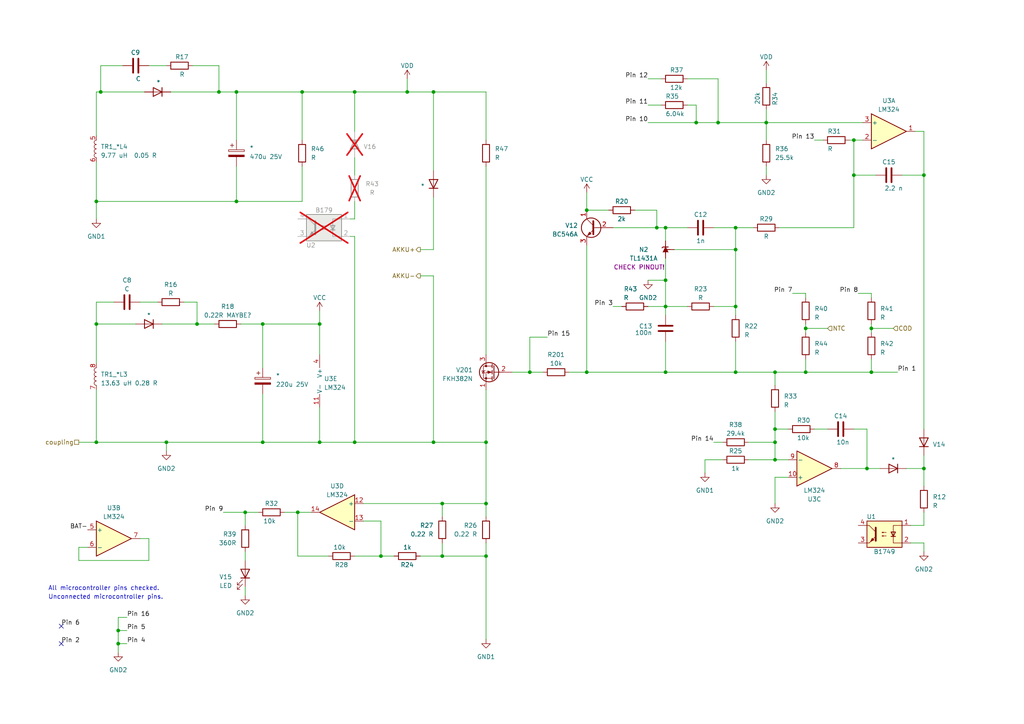
<source format=kicad_sch>
(kicad_sch (version 20230121) (generator eeschema)
  (paper "A4")
  (lib_symbols
    (symbol "Amplifier_Operational:LM324" (pin_names (offset 0.127))
      (property "Reference" "U" (at 0 5.08 0))
      (property "Value" "LM324" (at 0 -5.08 0))
      (symbol "LM324_1_1"
        (polyline (pts (xy -5.08 5.08) (xy 5.08 0) (xy -5.08 -5.08) (xy -5.08 5.08)) (stroke (width 0.254)) (fill (type background)))
        (pin output line (at 7.62 0 180) (length 2.54) (name "~") (number "1"))
        (pin input line (at -7.62 -2.54 0) (length 2.54) (name "-") (number "2"))
        (pin input line (at -7.62 2.54 0) (length 2.54) (name "+") (number "3"))
      )
      (symbol "LM324_2_1"
        (polyline (pts (xy -5.08 5.08) (xy 5.08 0) (xy -5.08 -5.08) (xy -5.08 5.08)) (stroke (width 0.254)) (fill (type background)))
        (pin input line (at -7.62 2.54 0) (length 2.54) (name "+") (number "5"))
        (pin input line (at -7.62 -2.54 0) (length 2.54) (name "-") (number "6"))
        (pin output line (at 7.62 0 180) (length 2.54) (name "~") (number "7"))
      )
      (symbol "LM324_3_1"
        (polyline (pts (xy -5.08 5.08) (xy 5.08 0) (xy -5.08 -5.08) (xy -5.08 5.08)) (stroke (width 0.254)) (fill (type background)))
        (pin input line (at -7.62 2.54 0) (length 2.54) (name "+") (number "10"))
        (pin output line (at 7.62 0 180) (length 2.54) (name "~") (number "8"))
        (pin input line (at -7.62 -2.54 0) (length 2.54) (name "-") (number "9"))
      )
      (symbol "LM324_4_1"
        (polyline (pts (xy -5.08 5.08) (xy 5.08 0) (xy -5.08 -5.08) (xy -5.08 5.08)) (stroke (width 0.254)) (fill (type background)))
        (pin input line (at -7.62 2.54 0) (length 2.54) (name "+") (number "12"))
        (pin input line (at -7.62 -2.54 0) (length 2.54) (name "-") (number "13"))
        (pin output line (at 7.62 0 180) (length 2.54) (name "~") (number "14"))
      )
      (symbol "LM324_5_1"
        (pin power_in line (at -2.54 -7.62 90) (length 3.81) (name "V-") (number "11"))
        (pin power_in line (at -2.54 7.62 270) (length 3.81) (name "V+") (number "4"))
      )
    )
    (symbol "Device:C" (pin_numbers hide) (pin_names (offset 0.254))
      (property "Reference" "C" (at 0.635 2.54 0))
      (property "Value" "C" (at 0.635 -2.54 0))
      (symbol "C_0_1"
        (polyline (pts (xy -2.032 -0.762) (xy 2.032 -0.762)) (stroke (width 0.508)))
        (polyline (pts (xy -2.032 0.762) (xy 2.032 0.762)) (stroke (width 0.508)))
      )
      (symbol "C_1_1"
        (pin passive line (at 0 3.81 270) (length 2.794) (name "~") (number "1"))
        (pin passive line (at 0 -3.81 90) (length 2.794) (name "~") (number "2"))
      )
    )
    (symbol "Device:C_Polarized" (pin_numbers hide) (pin_names (offset 0.254))
      (property "Reference" "C" (at 0.635 2.54 0))
      (property "Value" "C_Polarized" (at 0.635 -2.54 0))
      (symbol "C_Polarized_0_1"
        (rectangle (start -2.286 0.508) (end 2.286 1.016))
        (polyline (pts (xy -1.778 2.286) (xy -0.762 2.286)))
        (polyline (pts (xy -1.27 2.794) (xy -1.27 1.778)))
        (rectangle (start 2.286 -0.508) (end -2.286 -1.016) (fill (type outline)))
      )
      (symbol "C_Polarized_1_1"
        (pin passive line (at 0 3.81 270) (length 2.794) (name "~") (number "1"))
        (pin passive line (at 0 -3.81 90) (length 2.794) (name "~") (number "2"))
      )
    )
    (symbol "Device:D" (pin_numbers hide) (pin_names (offset 1.016) hide)
      (property "Reference" "D" (at 0 2.54 0))
      (property "Value" "D" (at 0 -2.54 0))
      (symbol "D_0_1"
        (polyline (pts (xy -1.27 1.27) (xy -1.27 -1.27)) (stroke (width 0.254)))
        (polyline (pts (xy 1.27 0) (xy -1.27 0)))
        (polyline (pts (xy 1.27 1.27) (xy 1.27 -1.27) (xy -1.27 0) (xy 1.27 1.27)) (stroke (width 0.254)))
      )
      (symbol "D_1_1"
        (pin passive line (at -3.81 0 0) (length 2.54) (name "K") (number "1"))
        (pin passive line (at 3.81 0 180) (length 2.54) (name "A") (number "2"))
      )
    )
    (symbol "Device:L" (pin_names (offset 1.016) hide)
      (property "Reference" "TR1_*L3" (at -1.27 -0.635 0))
      (property "Value" "13.63 uH 0.28 R" (at -1.27 1.905 0))
      (symbol "L_0_1"
        (arc (start 0 -2.54) (mid 0.6323 -1.905) (end 0 -1.27))
        (arc (start 0 -1.27) (mid 0.6323 -0.635) (end 0 0))
        (arc (start 0 0) (mid 0.6323 0.635) (end 0 1.27))
        (arc (start 0 1.27) (mid 0.6323 1.905) (end 0 2.54))
      )
      (symbol "L_1_1"
        (pin passive line (at 0 3.81 270) (length 1.27) (name "7") (number "7"))
        (pin passive line (at 0 -3.81 90) (length 1.27) (name "8") (number "8"))
      )
    )
    (symbol "Device:LED" (pin_numbers hide) (pin_names (offset 1.016) hide)
      (property "Reference" "D" (at 0 2.54 0))
      (property "Value" "LED" (at 0 -2.54 0))
      (symbol "LED_0_1"
        (polyline (pts (xy -1.27 -1.27) (xy -1.27 1.27)) (stroke (width 0.254)))
        (polyline (pts (xy -1.27 0) (xy 1.27 0)))
        (polyline (pts (xy 1.27 -1.27) (xy 1.27 1.27) (xy -1.27 0) (xy 1.27 -1.27)) (stroke (width 0.254)))
        (polyline (pts (xy -3.048 -0.762) (xy -4.572 -2.286) (xy -3.81 -2.286) (xy -4.572 -2.286) (xy -4.572 -1.524)))
        (polyline (pts (xy -1.778 -0.762) (xy -3.302 -2.286) (xy -2.54 -2.286) (xy -3.302 -2.286) (xy -3.302 -1.524)))
      )
      (symbol "LED_1_1"
        (pin passive line (at -3.81 0 0) (length 2.54) (name "K") (number "1"))
        (pin passive line (at 3.81 0 180) (length 2.54) (name "A") (number "2"))
      )
    )
    (symbol "Device:Q_NMOS_SGD" (pin_names (offset 0) hide)
      (property "Reference" "Q" (at 5.08 1.27 0))
      (property "Value" "Q_NMOS_SGD" (at 5.08 -1.27 0))
      (symbol "Q_NMOS_SGD_0_1"
        (polyline (pts (xy 0.254 0) (xy -2.54 0)))
        (polyline (pts (xy 0.254 1.905) (xy 0.254 -1.905)) (stroke (width 0.254)))
        (polyline (pts (xy 0.762 -1.27) (xy 0.762 -2.286)) (stroke (width 0.254)))
        (polyline (pts (xy 0.762 0.508) (xy 0.762 -0.508)) (stroke (width 0.254)))
        (polyline (pts (xy 0.762 2.286) (xy 0.762 1.27)) (stroke (width 0.254)))
        (polyline (pts (xy 2.54 2.54) (xy 2.54 1.778)))
        (polyline (pts (xy 2.54 -2.54) (xy 2.54 0) (xy 0.762 0)))
        (polyline (pts (xy 0.762 -1.778) (xy 3.302 -1.778) (xy 3.302 1.778) (xy 0.762 1.778)))
        (polyline (pts (xy 1.016 0) (xy 2.032 0.381) (xy 2.032 -0.381) (xy 1.016 0)) (fill (type outline)))
        (polyline (pts (xy 2.794 0.508) (xy 2.921 0.381) (xy 3.683 0.381) (xy 3.81 0.254)))
        (polyline (pts (xy 3.302 0.381) (xy 2.921 -0.254) (xy 3.683 -0.254) (xy 3.302 0.381)))
        (circle (center 1.651 0) (radius 2.794) (stroke (width 0.254)))
        (circle (center 2.54 -1.778) (radius 0.254) (fill (type outline)))
        (circle (center 2.54 1.778) (radius 0.254) (fill (type outline)))
      )
      (symbol "Q_NMOS_SGD_1_1"
        (pin passive line (at 2.54 -5.08 90) (length 2.54) (name "S") (number "1"))
        (pin input line (at -5.08 0 0) (length 5.08) (name "G") (number "2"))
        (pin passive line (at 2.54 5.08 270) (length 2.54) (name "D") (number "3"))
      )
    )
    (symbol "Device:R" (pin_numbers hide) (pin_names (offset 0))
      (property "Reference" "R" (at 2.032 0 90))
      (property "Value" "R" (at 0 0 90))
      (symbol "R_0_1"
        (rectangle (start -1.016 -2.54) (end 1.016 2.54) (stroke (width 0.254)))
      )
      (symbol "R_1_1"
        (pin passive line (at 0 3.81 270) (length 1.27) (name "~") (number "1"))
        (pin passive line (at 0 -3.81 90) (length 1.27) (name "~") (number "2"))
      )
    )
    (symbol "Isolator:EL817" (pin_names (offset 1.016))
      (property "Reference" "U" (at -5.08 5.08 0))
      (property "Value" "EL817" (at 0 5.08 0))
      (symbol "EL817_0_1"
        (rectangle (start -5.08 3.81) (end 5.08 -3.81) (stroke (width 0.254)) (fill (type background)))
        (polyline (pts (xy -3.175 -0.635) (xy -1.905 -0.635)) (stroke (width 0.254)))
        (polyline (pts (xy 2.54 0.635) (xy 4.445 2.54)))
        (polyline (pts (xy 4.445 -2.54) (xy 2.54 -0.635)) (fill (type outline)))
        (polyline (pts (xy 4.445 -2.54) (xy 5.08 -2.54)))
        (polyline (pts (xy 4.445 2.54) (xy 5.08 2.54)))
        (polyline (pts (xy -5.08 2.54) (xy -2.54 2.54) (xy -2.54 -0.635)))
        (polyline (pts (xy -2.54 -0.635) (xy -2.54 -2.54) (xy -5.08 -2.54)))
        (polyline (pts (xy 2.54 1.905) (xy 2.54 -1.905) (xy 2.54 -1.905)) (stroke (width 0.508)))
        (polyline (pts (xy -2.54 -0.635) (xy -3.175 0.635) (xy -1.905 0.635) (xy -2.54 -0.635)) (stroke (width 0.254)))
        (polyline (pts (xy -0.508 -0.508) (xy 0.762 -0.508) (xy 0.381 -0.635) (xy 0.381 -0.381) (xy 0.762 -0.508)))
        (polyline (pts (xy -0.508 0.508) (xy 0.762 0.508) (xy 0.381 0.381) (xy 0.381 0.635) (xy 0.762 0.508)))
        (polyline (pts (xy 3.048 -1.651) (xy 3.556 -1.143) (xy 4.064 -2.159) (xy 3.048 -1.651) (xy 3.048 -1.651)) (fill (type outline)))
      )
      (symbol "EL817_1_1"
        (pin passive line (at -7.62 2.54 0) (length 2.54) (name "~") (number "1"))
        (pin passive line (at -7.62 -2.54 0) (length 2.54) (name "~") (number "2"))
        (pin passive line (at 7.62 -2.54 180) (length 2.54) (name "~") (number "3"))
        (pin passive line (at 7.62 2.54 180) (length 2.54) (name "~") (number "4"))
      )
    )
    (symbol "L_3" (pin_names (offset 1.016) hide)
      (property "Reference" "TR1_*L4" (at -1.27 -0.635 0))
      (property "Value" "9.77 uH  0.05 R" (at -1.27 1.905 0))
      (symbol "L_3_0_1"
        (arc (start 0 -2.54) (mid 0.6323 -1.905) (end 0 -1.27))
        (arc (start 0 -1.27) (mid 0.6323 -0.635) (end 0 0))
        (arc (start 0 0) (mid 0.6323 0.635) (end 0 1.27))
        (arc (start 0 1.27) (mid 0.6323 1.905) (end 0 2.54))
      )
      (symbol "L_3_1_1"
        (pin passive line (at 0 -3.81 90) (length 1.27) (name "5") (number "5"))
        (pin passive line (at 0 3.81 270) (length 1.27) (name "6") (number "6"))
      )
    )
    (symbol "Reference_Voltage:TL431D" (pin_numbers hide) (pin_names hide)
      (property "Reference" "U" (at 0 -2.54 0))
      (property "Value" "TL431D" (at 0 -4.445 0))
      (symbol "TL431D_0_1"
        (polyline (pts (xy -1.27 0) (xy 0 0) (xy 1.27 0)))
        (polyline (pts (xy -0.762 0.762) (xy 0.762 0) (xy -0.762 -0.762)) (fill (type outline)))
        (polyline (pts (xy 0.508 -1.016) (xy 0.762 -0.762) (xy 0.762 0.762) (xy 0.762 0.762)) (stroke (width 0.254)))
      )
      (symbol "TL431D_1_1"
        (polyline (pts (xy 0 1.27) (xy 0 0)))
        (pin passive line (at 2.54 0 180) (length 2.54) (name "K") (number "1"))
        (pin passive line (at -2.54 0 0) (length 2.54) (name "A") (number "2"))
        (pin passive line (at -2.54 0 0) (length 2.54) hide (name "A") (number "3"))
        (pin passive line (at -2.54 0 0) (length 2.54) hide (name "A") (number "6"))
        (pin passive line (at -2.54 0 0) (length 2.54) hide (name "A") (number "7"))
        (pin passive line (at 0 2.54 270) (length 2.54) (name "REF") (number "8"))
      )
    )
    (symbol "Transistor_BJT:BC546" (pin_names (offset 0) hide)
      (property "Reference" "Q" (at 5.08 1.905 0))
      (property "Value" "BC546" (at 5.08 0 0))
      (symbol "BC546_0_1"
        (polyline (pts (xy 0 0) (xy 0.635 0)))
        (polyline (pts (xy 0.635 0.635) (xy 2.54 2.54)))
        (polyline (pts (xy 0.635 -0.635) (xy 2.54 -2.54) (xy 2.54 -2.54)))
        (polyline (pts (xy 0.635 1.905) (xy 0.635 -1.905) (xy 0.635 -1.905)) (stroke (width 0.508)))
        (polyline (pts (xy 1.27 -1.778) (xy 1.778 -1.27) (xy 2.286 -2.286) (xy 1.27 -1.778) (xy 1.27 -1.778)) (fill (type outline)))
        (circle (center 1.27 0) (radius 2.8194) (stroke (width 0.254)))
      )
      (symbol "BC546_1_1"
        (pin passive line (at 2.54 5.08 270) (length 2.54) (name "C") (number "1"))
        (pin input line (at -5.08 0 0) (length 5.08) (name "B") (number "2"))
        (pin passive line (at 2.54 -5.08 90) (length 2.54) (name "E") (number "3"))
      )
    )
    (symbol "power:GND1" (power) (pin_names (offset 0))
      (property "Value" "GND1" (at 0 -3.81 0))
      (symbol "GND1_0_1"
        (polyline (pts (xy 0 0) (xy 0 -1.27) (xy 1.27 -1.27) (xy 0 -2.54) (xy -1.27 -1.27) (xy 0 -1.27)))
      )
      (symbol "GND1_1_1"
        (pin power_in line (at 0 0 270) (length 0) hide (name "GND1") (number "1"))
      )
    )
    (symbol "power:GND2" (power) (pin_names (offset 0))
      (property "Value" "GND2" (at 0 -3.81 0))
      (symbol "GND2_0_1"
        (polyline (pts (xy 0 0) (xy 0 -1.27) (xy 1.27 -1.27) (xy 0 -2.54) (xy -1.27 -1.27) (xy 0 -1.27)))
      )
      (symbol "GND2_1_1"
        (pin power_in line (at 0 0 270) (length 0) hide (name "GND2") (number "1"))
      )
    )
    (symbol "power:VCC" (power) (pin_names (offset 0))
      (property "Value" "VCC" (at 0 3.81 0))
      (symbol "VCC_0_1"
        (polyline (pts (xy -0.762 1.27) (xy 0 2.54)))
        (polyline (pts (xy 0 0) (xy 0 2.54)))
        (polyline (pts (xy 0 2.54) (xy 0.762 1.27)))
      )
      (symbol "VCC_1_1"
        (pin power_in line (at 0 0 90) (length 0) hide (name "VCC") (number "1"))
      )
    )
    (symbol "power:VDD" (power) (pin_names (offset 0))
      (property "Value" "VDD" (at 0 3.81 0))
      (symbol "VDD_0_1"
        (polyline (pts (xy -0.762 1.27) (xy 0 2.54)))
        (polyline (pts (xy 0 0) (xy 0 2.54)))
        (polyline (pts (xy 0 2.54) (xy 0.762 1.27)))
      )
      (symbol "VDD_1_1"
        (pin power_in line (at 0 0 90) (length 0) hide (name "VDD") (number "1"))
      )
    )
  )
  (junction (at 213.36 72.39))
  (junction (at 102.87 26.67))
  (junction (at 128.27 161.29))
  (junction (at 247.65 40.64))
  (junction (at 68.58 58.42))
  (junction (at 34.29 186.69))
  (junction (at 63.5 26.67))
  (junction (at 267.97 50.8))
  (junction (at 193.04 66.04))
  (junction (at 27.94 58.42))
  (junction (at 201.93 35.56))
  (junction (at 27.94 128.27))
  (junction (at 208.28 35.56))
  (junction (at 128.27 146.05))
  (junction (at 251.46 135.89))
  (junction (at 193.04 88.9))
  (junction (at 110.49 161.29))
  (junction (at 233.68 107.95))
  (junction (at 76.2 93.98))
  (junction (at 57.15 93.98))
  (junction (at 213.36 66.04))
  (junction (at 86.36 148.59))
  (junction (at 125.73 26.67))
  (junction (at 125.73 128.27))
  (junction (at 140.97 128.27))
  (junction (at 213.36 88.9))
  (junction (at 48.26 128.27))
  (junction (at 68.58 26.67))
  (junction (at 102.87 128.27))
  (junction (at 153.67 107.95))
  (junction (at 140.97 146.05))
  (junction (at 193.04 81.28))
  (junction (at 233.68 95.25))
  (junction (at 193.04 107.95))
  (junction (at 252.73 95.25))
  (junction (at 92.71 128.27))
  (junction (at 190.5 66.04))
  (junction (at 71.12 148.59))
  (junction (at 170.18 60.96))
  (junction (at 34.29 182.88))
  (junction (at 213.36 107.95))
  (junction (at 92.71 93.98))
  (junction (at 252.73 107.95))
  (junction (at 247.65 50.8))
  (junction (at 224.79 124.46))
  (junction (at 267.97 135.89))
  (junction (at 222.25 35.56))
  (junction (at 224.79 107.95))
  (junction (at 140.97 161.29))
  (junction (at 170.18 107.95))
  (junction (at 118.11 26.67))
  (junction (at 224.79 133.35))
  (junction (at 87.63 26.67))
  (junction (at 27.94 93.98))
  (junction (at 29.21 26.67))
  (junction (at 76.2 128.27))
  (junction (at 224.79 128.27))
  (no_connect (at 17.78 186.69))
  (no_connect (at 17.78 181.61))
  (wire (pts (xy 102.87 26.67) (xy 102.87 38.1)))
  (wire (pts (xy 76.2 128.27) (xy 92.71 128.27)))
  (wire (pts (xy 233.68 93.98) (xy 233.68 95.25)))
  (wire (pts (xy 68.58 48.26) (xy 68.58 58.42)))
  (wire (pts (xy 102.87 45.72) (xy 102.87 50.8)))
  (wire (pts (xy 193.04 88.9) (xy 193.04 91.44)))
  (wire (pts (xy 68.58 58.42) (xy 27.94 58.42)))
  (wire (pts (xy 233.68 95.25) (xy 240.03 95.25)))
  (wire (pts (xy 252.73 107.95) (xy 260.35 107.95)))
  (wire (pts (xy 92.71 90.17) (xy 92.71 93.98)))
  (wire (pts (xy 233.68 95.25) (xy 233.68 96.52)))
  (wire (pts (xy 87.63 26.67) (xy 102.87 26.67)))
  (wire (pts (xy 224.79 107.95) (xy 233.68 107.95)))
  (wire (pts (xy 193.04 66.04) (xy 193.04 69.85)))
  (wire (pts (xy 252.73 104.14) (xy 252.73 107.95)))
  (wire (pts (xy 92.71 118.11) (xy 92.71 128.27)))
  (wire (pts (xy 193.04 81.28) (xy 193.04 88.9)))
  (wire (pts (xy 71.12 170.18) (xy 71.12 172.72)))
  (wire (pts (xy 201.93 30.48) (xy 201.93 35.56)))
  (wire (pts (xy 267.97 157.48) (xy 264.16 157.48)))
  (wire (pts (xy 27.94 93.98) (xy 27.94 105.41)))
  (wire (pts (xy 248.92 85.09) (xy 252.73 85.09)))
  (wire (pts (xy 247.65 50.8) (xy 254 50.8)))
  (wire (pts (xy 43.18 156.21) (xy 40.64 156.21)))
  (wire (pts (xy 27.94 58.42) (xy 27.94 46.99)))
  (wire (pts (xy 45.72 87.63) (xy 40.64 87.63)))
  (wire (pts (xy 153.67 107.95) (xy 157.48 107.95)))
  (wire (pts (xy 92.71 93.98) (xy 92.71 102.87)))
  (wire (pts (xy 118.11 26.67) (xy 125.73 26.67)))
  (wire (pts (xy 140.97 161.29) (xy 140.97 185.42)))
  (wire (pts (xy 228.6 138.43) (xy 224.79 138.43)))
  (wire (pts (xy 267.97 148.59) (xy 267.97 152.4)))
  (wire (pts (xy 29.21 26.67) (xy 41.91 26.67)))
  (wire (pts (xy 177.8 88.9) (xy 180.34 88.9)))
  (wire (pts (xy 34.29 182.88) (xy 34.29 186.69)))
  (wire (pts (xy 118.11 22.86) (xy 118.11 26.67)))
  (wire (pts (xy 217.17 133.35) (xy 224.79 133.35)))
  (wire (pts (xy 267.97 50.8) (xy 261.62 50.8)))
  (wire (pts (xy 140.97 128.27) (xy 140.97 146.05)))
  (wire (pts (xy 267.97 152.4) (xy 264.16 152.4)))
  (wire (pts (xy 87.63 48.26) (xy 87.63 58.42)))
  (wire (pts (xy 224.79 111.76) (xy 224.79 107.95)))
  (wire (pts (xy 101.6 68.58) (xy 102.87 68.58)))
  (wire (pts (xy 267.97 50.8) (xy 267.97 124.46)))
  (wire (pts (xy 187.96 81.28) (xy 193.04 81.28)))
  (wire (pts (xy 199.39 30.48) (xy 201.93 30.48)))
  (wire (pts (xy 224.79 128.27) (xy 224.79 133.35)))
  (wire (pts (xy 190.5 60.96) (xy 190.5 66.04)))
  (wire (pts (xy 87.63 40.64) (xy 87.63 26.67)))
  (wire (pts (xy 140.97 161.29) (xy 128.27 161.29)))
  (wire (pts (xy 76.2 93.98) (xy 92.71 93.98)))
  (wire (pts (xy 110.49 151.13) (xy 110.49 161.29)))
  (wire (pts (xy 222.25 20.32) (xy 222.25 24.13)))
  (wire (pts (xy 165.1 107.95) (xy 170.18 107.95)))
  (wire (pts (xy 43.18 162.56) (xy 43.18 156.21)))
  (wire (pts (xy 57.15 93.98) (xy 46.99 93.98)))
  (wire (pts (xy 48.26 128.27) (xy 48.26 130.81)))
  (wire (pts (xy 27.94 58.42) (xy 27.94 63.5)))
  (wire (pts (xy 213.36 88.9) (xy 213.36 91.44)))
  (wire (pts (xy 48.26 128.27) (xy 76.2 128.27)))
  (wire (pts (xy 27.94 113.03) (xy 27.94 128.27)))
  (wire (pts (xy 191.77 30.48) (xy 187.96 30.48)))
  (wire (pts (xy 74.93 148.59) (xy 71.12 148.59)))
  (wire (pts (xy 158.75 97.79) (xy 153.67 97.79)))
  (wire (pts (xy 125.73 80.01) (xy 125.73 128.27)))
  (wire (pts (xy 193.04 88.9) (xy 199.39 88.9)))
  (wire (pts (xy 251.46 124.46) (xy 251.46 135.89)))
  (wire (pts (xy 187.96 35.56) (xy 201.93 35.56)))
  (wire (pts (xy 63.5 26.67) (xy 63.5 19.05)))
  (wire (pts (xy 207.01 66.04) (xy 213.36 66.04)))
  (wire (pts (xy 267.97 132.08) (xy 267.97 135.89)))
  (wire (pts (xy 53.34 87.63) (xy 57.15 87.63)))
  (wire (pts (xy 224.79 119.38) (xy 224.79 124.46)))
  (wire (pts (xy 243.84 135.89) (xy 251.46 135.89)))
  (wire (pts (xy 140.97 48.26) (xy 140.97 102.87)))
  (wire (pts (xy 246.38 40.64) (xy 247.65 40.64)))
  (wire (pts (xy 190.5 66.04) (xy 193.04 66.04)))
  (wire (pts (xy 36.83 179.07) (xy 34.29 179.07)))
  (wire (pts (xy 222.25 48.26) (xy 222.25 50.8)))
  (wire (pts (xy 76.2 106.68) (xy 76.2 93.98)))
  (wire (pts (xy 255.27 135.89) (xy 251.46 135.89)))
  (wire (pts (xy 170.18 71.12) (xy 170.18 107.95)))
  (wire (pts (xy 252.73 95.25) (xy 252.73 96.52)))
  (wire (pts (xy 190.5 66.04) (xy 177.8 66.04)))
  (wire (pts (xy 140.97 26.67) (xy 125.73 26.67)))
  (wire (pts (xy 224.79 124.46) (xy 228.6 124.46)))
  (wire (pts (xy 199.39 22.86) (xy 208.28 22.86)))
  (wire (pts (xy 43.18 19.05) (xy 48.26 19.05)))
  (wire (pts (xy 184.15 60.96) (xy 190.5 60.96)))
  (wire (pts (xy 170.18 107.95) (xy 193.04 107.95)))
  (wire (pts (xy 207.01 128.27) (xy 209.55 128.27)))
  (wire (pts (xy 228.6 133.35) (xy 224.79 133.35)))
  (wire (pts (xy 233.68 107.95) (xy 252.73 107.95)))
  (wire (pts (xy 204.47 133.35) (xy 209.55 133.35)))
  (wire (pts (xy 27.94 93.98) (xy 39.37 93.98)))
  (wire (pts (xy 224.79 138.43) (xy 224.79 146.05)))
  (wire (pts (xy 262.89 135.89) (xy 267.97 135.89)))
  (wire (pts (xy 95.25 161.29) (xy 86.36 161.29)))
  (wire (pts (xy 63.5 26.67) (xy 68.58 26.67)))
  (wire (pts (xy 252.73 93.98) (xy 252.73 95.25)))
  (wire (pts (xy 140.97 157.48) (xy 140.97 161.29)))
  (wire (pts (xy 193.04 107.95) (xy 213.36 107.95)))
  (wire (pts (xy 267.97 135.89) (xy 267.97 140.97)))
  (wire (pts (xy 76.2 114.3) (xy 76.2 128.27)))
  (wire (pts (xy 86.36 148.59) (xy 82.55 148.59)))
  (wire (pts (xy 252.73 95.25) (xy 259.08 95.25)))
  (wire (pts (xy 199.39 66.04) (xy 193.04 66.04)))
  (wire (pts (xy 195.58 72.39) (xy 213.36 72.39)))
  (wire (pts (xy 57.15 93.98) (xy 62.23 93.98)))
  (wire (pts (xy 222.25 35.56) (xy 250.19 35.56)))
  (wire (pts (xy 250.19 40.64) (xy 247.65 40.64)))
  (wire (pts (xy 125.73 72.39) (xy 121.92 72.39)))
  (wire (pts (xy 69.85 93.98) (xy 76.2 93.98)))
  (wire (pts (xy 27.94 26.67) (xy 27.94 39.37)))
  (wire (pts (xy 222.25 35.56) (xy 222.25 40.64)))
  (wire (pts (xy 25.4 158.75) (xy 22.86 158.75)))
  (wire (pts (xy 247.65 124.46) (xy 251.46 124.46)))
  (wire (pts (xy 63.5 19.05) (xy 55.88 19.05)))
  (wire (pts (xy 233.68 85.09) (xy 233.68 86.36)))
  (wire (pts (xy 68.58 26.67) (xy 68.58 40.64)))
  (wire (pts (xy 125.73 128.27) (xy 140.97 128.27)))
  (wire (pts (xy 125.73 26.67) (xy 125.73 49.53)))
  (wire (pts (xy 236.22 124.46) (xy 240.03 124.46)))
  (wire (pts (xy 153.67 97.79) (xy 153.67 107.95)))
  (wire (pts (xy 224.79 124.46) (xy 224.79 128.27)))
  (wire (pts (xy 49.53 26.67) (xy 63.5 26.67)))
  (wire (pts (xy 213.36 107.95) (xy 224.79 107.95)))
  (wire (pts (xy 102.87 68.58) (xy 102.87 128.27)))
  (wire (pts (xy 114.3 161.29) (xy 110.49 161.29)))
  (wire (pts (xy 36.83 182.88) (xy 34.29 182.88)))
  (wire (pts (xy 204.47 133.35) (xy 204.47 137.16)))
  (wire (pts (xy 128.27 157.48) (xy 128.27 161.29)))
  (wire (pts (xy 68.58 58.42) (xy 87.63 58.42)))
  (wire (pts (xy 34.29 186.69) (xy 36.83 186.69)))
  (wire (pts (xy 247.65 40.64) (xy 247.65 50.8)))
  (wire (pts (xy 208.28 22.86) (xy 208.28 35.56)))
  (wire (pts (xy 187.96 22.86) (xy 191.77 22.86)))
  (wire (pts (xy 201.93 35.56) (xy 208.28 35.56)))
  (wire (pts (xy 207.01 88.9) (xy 213.36 88.9)))
  (wire (pts (xy 128.27 146.05) (xy 105.41 146.05)))
  (wire (pts (xy 267.97 157.48) (xy 267.97 160.02)))
  (wire (pts (xy 102.87 58.42) (xy 102.87 63.5)))
  (wire (pts (xy 71.12 152.4) (xy 71.12 148.59)))
  (wire (pts (xy 34.29 179.07) (xy 34.29 182.88)))
  (wire (pts (xy 71.12 148.59) (xy 64.77 148.59)))
  (wire (pts (xy 71.12 160.02) (xy 71.12 162.56)))
  (wire (pts (xy 193.04 88.9) (xy 187.96 88.9)))
  (wire (pts (xy 170.18 55.88) (xy 170.18 60.96)))
  (wire (pts (xy 22.86 158.75) (xy 22.86 162.56)))
  (wire (pts (xy 27.94 87.63) (xy 27.94 93.98)))
  (wire (pts (xy 68.58 26.67) (xy 87.63 26.67)))
  (wire (pts (xy 193.04 99.06) (xy 193.04 107.95)))
  (wire (pts (xy 102.87 26.67) (xy 118.11 26.67)))
  (wire (pts (xy 102.87 161.29) (xy 110.49 161.29)))
  (wire (pts (xy 125.73 80.01) (xy 121.92 80.01)))
  (wire (pts (xy 267.97 38.1) (xy 265.43 38.1)))
  (wire (pts (xy 208.28 35.56) (xy 222.25 35.56)))
  (wire (pts (xy 140.97 40.64) (xy 140.97 26.67)))
  (wire (pts (xy 102.87 128.27) (xy 125.73 128.27)))
  (wire (pts (xy 128.27 146.05) (xy 128.27 149.86)))
  (wire (pts (xy 125.73 57.15) (xy 125.73 72.39)))
  (wire (pts (xy 22.86 128.27) (xy 27.94 128.27)))
  (wire (pts (xy 90.17 148.59) (xy 86.36 148.59)))
  (wire (pts (xy 86.36 148.59) (xy 86.36 161.29)))
  (wire (pts (xy 27.94 26.67) (xy 29.21 26.67)))
  (wire (pts (xy 213.36 99.06) (xy 213.36 107.95)))
  (wire (pts (xy 213.36 72.39) (xy 213.36 88.9)))
  (wire (pts (xy 236.22 40.64) (xy 238.76 40.64)))
  (wire (pts (xy 233.68 104.14) (xy 233.68 107.95)))
  (wire (pts (xy 229.87 85.09) (xy 233.68 85.09)))
  (wire (pts (xy 213.36 66.04) (xy 213.36 72.39)))
  (wire (pts (xy 247.65 50.8) (xy 247.65 66.04)))
  (wire (pts (xy 226.06 66.04) (xy 247.65 66.04)))
  (wire (pts (xy 128.27 161.29) (xy 121.92 161.29)))
  (wire (pts (xy 140.97 146.05) (xy 128.27 146.05)))
  (wire (pts (xy 252.73 85.09) (xy 252.73 86.36)))
  (wire (pts (xy 105.41 151.13) (xy 110.49 151.13)))
  (wire (pts (xy 33.02 87.63) (xy 27.94 87.63)))
  (wire (pts (xy 140.97 146.05) (xy 140.97 149.86)))
  (wire (pts (xy 218.44 66.04) (xy 213.36 66.04)))
  (wire (pts (xy 148.59 107.95) (xy 153.67 107.95)))
  (wire (pts (xy 92.71 128.27) (xy 102.87 128.27)))
  (wire (pts (xy 170.18 60.96) (xy 176.53 60.96)))
  (wire (pts (xy 57.15 87.63) (xy 57.15 93.98)))
  (wire (pts (xy 193.04 74.93) (xy 193.04 81.28)))
  (wire (pts (xy 29.21 26.67) (xy 29.21 19.05)))
  (wire (pts (xy 267.97 50.8) (xy 267.97 38.1)))
  (wire (pts (xy 22.86 162.56) (xy 43.18 162.56)))
  (wire (pts (xy 217.17 128.27) (xy 224.79 128.27)))
  (wire (pts (xy 35.56 19.05) (xy 29.21 19.05)))
  (wire (pts (xy 102.87 63.5) (xy 101.6 63.5)))
  (wire (pts (xy 34.29 189.23) (xy 34.29 186.69)))
  (wire (pts (xy 27.94 128.27) (xy 48.26 128.27)))
  (wire (pts (xy 140.97 113.03) (xy 140.97 128.27)))
  (wire (pts (xy 222.25 31.75) (xy 222.25 35.56)))
  (text "Unconnected microcontroller pins." (at 13.97 173.99 0) (effects (font (size 1.27 1.27)) (justify left bottom)))
  (text "All microcontroller pins checked." (at 13.97 171.45 0) (effects (font (size 1.27 1.27)) (justify left bottom)))
  (label "BAT-" (at 25.4 153.67 180))
  (label "Pin 6" (at 17.78 181.61 0))
  (label "Pin 13" (at 236.22 40.64 180))
  (label "Pin 1" (at 260.35 107.95 0))
  (label "Pin 12" (at 187.96 22.86 180))
  (label "Pin 16" (at 36.83 179.07 0))
  (label "Pin 9" (at 64.77 148.59 180))
  (label "Pin 15" (at 158.75 97.79 0))
  (label "Pin 14" (at 207.01 128.27 180))
  (label "Pin 3" (at 177.8 88.9 180))
  (label "Pin 5" (at 36.83 182.88 0))
  (label "Pin 7" (at 229.87 85.09 180))
  (label "Pin 8" (at 248.92 85.09 180))
  (label "Pin 10" (at 187.96 35.56 180))
  (label "Pin 4" (at 36.83 186.69 0))
  (label "Pin 2" (at 17.78 186.69 0))
  (label "Pin 11" (at 187.96 30.48 180))
  (hierarchical_label "NTC" (shape input) (at 240.03 95.25 0))
  (hierarchical_label "AKKU-" (shape output) (at 121.92 80.01 180))
  (hierarchical_label "AKKU+" (shape output) (at 121.92 72.39 180))
  (hierarchical_label "coupling" (shape passive) (at 22.86 128.27 180))
  (hierarchical_label "COD" (shape input) (at 259.08 95.25 0))
  (symbol (lib_id "Device:C") (at 203.2 66.04 90) (mirror x) (unit 1)
    (property "Reference" "C12" (at 203.2 62.23 90))
    (property "Value" "1n" (at 201.93 69.85 90) (effects (justify right)))
  )
  (symbol (lib_id "power:VCC") (at 170.18 55.88 0) (unit 1)
    (property "Reference" "#PWR08" (effects hide))
    (property "Value" "VCC" (at 170.18 52.07 0))
  )
  (symbol (lib_id "Device:R") (at 213.36 133.35 270) (unit 1)
    (property "Reference" "R25" (at 213.36 130.81 90))
    (property "Value" "1k" (at 212.09 135.89 90) (effects (justify left)))
    (property "Footprint" "Resistor_THT:R_Axial_DIN0207_L6.3mm_D2.5mm_P10.16mm_Horizontal" (effects hide))
  )
  (symbol (lib_id "Device:R") (at 222.25 27.94 180) (unit 1)
    (property "Reference" "R34" (at 224.79 26.67 90) (effects (justify left)))
    (property "Value" "20k" (at 219.71 26.67 90) (effects (justify left)))
    (property "Footprint" "Resistor_THT:R_Axial_DIN0207_L6.3mm_D2.5mm_P10.16mm_Horizontal" (effects hide))
  )
  (symbol (lib_id "Amplifier_Operational:LM324") (at 236.22 135.89 0) (mirror x) (unit 3)
    (property "Reference" "U3" (at 236.22 144.78 0))
    (property "Value" "LM324" (at 236.22 142.24 0))
    (property "Datasheet" "http://www.ti.com/lit/ds/symlink/lm2902-n.pdf" (effects hide))
  )
  (symbol (lib_id "Device:R") (at 52.07 19.05 90) (unit 1)
    (property "Reference" "R17" (at 50.8 16.51 90) (effects (justify right)))
    (property "Value" "R" (at 52.07 21.59 90) (effects (justify right)))
    (property "Footprint" "Resistor_THT:R_Axial_DIN0207_L6.3mm_D2.5mm_P10.16mm_Horizontal" (effects hide))
  )
  (symbol (lib_id "Device:R") (at 102.87 54.61 180) (unit 1) (dnp yes)
    (property "Reference" "R43" (at 107.95 53.34 0))
    (property "Value" "R" (at 107.95 55.88 0))
    (property "Footprint" "Resistor_THT:R_Axial_DIN0207_L6.3mm_D2.5mm_P10.16mm_Horizontal" (effects hide))
  )
  (symbol (lib_id "power:VCC") (at 92.71 90.17 0) (unit 1)
    (property "Reference" "#PWR07" (effects hide))
    (property "Value" "VCC" (at 92.71 86.36 0))
  )
  (symbol (lib_id "Device:D") (at 267.97 128.27 90) (unit 1)
    (property "Reference" "V14" (at 270.51 128.905 90) (effects (justify right)))
    (property "Value" "D" (effects hide))
    (property "Sim.Device" "D" (effects hide))
    (property "Sim.Pins" "1=K 2=A" (effects hide))
  )
  (symbol (lib_id "Device:R") (at 71.12 156.21 0) (unit 1)
    (property "Reference" "R39" (at 68.58 154.94 0) (effects (justify right)))
    (property "Value" "360R" (at 68.58 157.48 0) (effects (justify right)))
    (property "Footprint" "Resistor_THT:R_Axial_DIN0207_L6.3mm_D2.5mm_P10.16mm_Horizontal" (effects hide))
  )
  (symbol (lib_id "Device:R") (at 49.53 87.63 270) (mirror x) (unit 1)
    (property "Reference" "R16" (at 49.53 82.55 90))
    (property "Value" "R" (at 49.53 85.09 90))
    (property "Footprint" "Resistor_THT:R_Axial_DIN0207_L6.3mm_D2.5mm_P10.16mm_Horizontal" (effects hide))
  )
  (symbol (lib_id "Transistor_BJT:BC546") (at 172.72 66.04 0) (mirror y) (unit 1)
    (property "Reference" "V12" (at 167.64 65.405 0) (effects (justify left)))
    (property "Value" "BC546A" (at 167.64 67.945 0) (effects (justify left)))
    (property "Footprint" "Package_TO_SOT_THT:TO-92_Inline" (effects hide))
    (property "Datasheet" "https://www.onsemi.com/pub/Collateral/BC550-D.pdf" (effects hide))
  )
  (symbol (lib_id "Device:C") (at 257.81 50.8 90) (unit 1)
    (property "Reference" "C15" (at 257.81 46.99 90))
    (property "Value" "2.2 n" (at 256.54 54.61 90) (effects (justify right)))
  )
  (symbol (lib_id "power:GND1") (at 27.94 63.5 0) (unit 1)
    (property "Reference" "#PWR012" (effects hide))
    (property "Value" "GND1" (at 27.94 68.58 0))
  )
  (symbol (lib_id "power:GND2") (at 48.26 130.81 0) (unit 1)
    (property "Reference" "#PWR02" (effects hide))
    (property "Value" "GND2" (at 48.26 135.89 0))
  )
  (symbol (lib_id "Device:R") (at 66.04 93.98 90) (unit 1)
    (property "Reference" "R18" (at 66.04 88.9 90))
    (property "Value" "0.22R MAYBE?" (at 66.04 91.44 90))
    (property "Footprint" "Resistor_THT:R_Axial_DIN0207_L6.3mm_D2.5mm_P10.16mm_Horizontal" (effects hide))
  )
  (symbol (lib_id "Device:Q_NMOS_SGD") (at 143.51 107.95 0) (mirror y) (unit 1)
    (property "Reference" "V201" (at 137.16 107.315 0) (effects (justify left)))
    (property "Value" "FKH382N" (at 137.16 109.855 0) (effects (justify left)))
    (property "Threshhold Voltage" "2,5 V" (effects hide))
  )
  (symbol (lib_id "Amplifier_Operational:LM324") (at 95.25 110.49 0) (unit 5)
    (property "Reference" "U3" (at 93.98 109.855 0) (effects (justify left)))
    (property "Value" "LM324" (at 93.98 112.395 0) (effects (justify left)))
    (property "Datasheet" "http://www.ti.com/lit/ds/symlink/lm2902-n.pdf" (effects hide))
  )
  (symbol (lib_id "power:GND2") (at 34.29 189.23 0) (unit 1)
    (property "Reference" "#PWR01" (effects hide))
    (property "Value" "GND2" (at 34.29 194.31 0))
  )
  (symbol (lib_id "Device:R") (at 87.63 44.45 0) (unit 1)
    (property "Reference" "R46" (at 90.17 43.18 0) (effects (justify left)))
    (property "Value" "R" (at 90.17 45.72 0) (effects (justify left)))
    (property "Footprint" "Resistor_THT:R_Axial_DIN0207_L6.3mm_D2.5mm_P10.16mm_Horizontal" (effects hide))
  )
  (symbol (lib_id "Device:D") (at 43.18 93.98 0) (mirror y) (unit 1)
    (property "Reference" "*" (at 43.18 91.44 0))
    (property "Value" "D" (effects hide))
    (property "Sim.Device" "D" (effects hide))
    (property "Sim.Pins" "1=K 2=A" (effects hide))
    (instances (project "Dremel_PCB1857_V1" (path "" (reference "*") (unit 1)) (path "" (reference "*1") (unit 1))))
  )
  (symbol (lib_id "Device:C") (at 39.37 19.05 90) (unit 1)
    (property "Reference" "C9" (at 40.64 15.24 90) (effects (justify left)))
    (property "Value" "C" (at 39.37 22.86 90) (effects (justify right)))
  )
  (symbol (lib_id "Device:R") (at 203.2 88.9 90) (unit 1)
    (property "Reference" "R23" (at 203.2 83.82 90))
    (property "Value" "R" (at 203.2 86.36 90))
    (property "Footprint" "Resistor_THT:R_Axial_DIN0207_L6.3mm_D2.5mm_P10.16mm_Horizontal" (effects hide))
  )
  (symbol (lib_id "Device:R") (at 140.97 153.67 0) (mirror x) (unit 1)
    (property "Reference" "R26" (at 138.43 152.4 0) (effects (justify right)))
    (property "Value" "O.22 R" (at 138.43 154.94 0) (effects (justify right)))
    (property "Footprint" "Resistor_THT:R_Axial_DIN0207_L6.3mm_D2.5mm_P10.16mm_Horizontal" (effects hide))
    (instances (project "Dremel_PCB1857_V1" (path "" (reference "R26") (unit 1)) (path "" (reference "R5") (unit 1))))
  )
  (symbol (lib_id "Device:R") (at 224.79 115.57 0) (unit 1)
    (property "Reference" "R33" (at 227.33 114.935 0) (effects (justify left)))
    (property "Value" "R" (at 227.33 117.475 0) (effects (justify left)))
    (property "Footprint" "Resistor_THT:R_Axial_DIN0207_L6.3mm_D2.5mm_P10.16mm_Horizontal" (effects hide))
    (instances (project "Dremel_PCB1857_V1" (path "" (reference "R33") (unit 1)) (path "" (reference "R26") (unit 1))))
  )
  (symbol (lib_id "Device:D") (at 102.87 41.91 90) (mirror x) (unit 1) (dnp yes)
    (property "Reference" "V16" (at 105.41 42.545 90) (effects (justify right)))
    (property "Value" "D" (effects hide))
    (property "Sim.Device" "D" (effects hide))
    (property "Sim.Pins" "1=K 2=A" (effects hide))
  )
  (symbol (lib_id "Amplifier_Operational:LM324") (at 257.81 38.1 0) (unit 1)
    (property "Reference" "U3" (at 257.81 29.21 0))
    (property "Value" "LM324" (at 257.81 31.75 0))
    (property "Datasheet" "http://www.ti.com/lit/ds/symlink/lm2902-n.pdf" (effects hide))
  )
  (symbol (lib_id "Device:C_Polarized") (at 68.58 44.45 0) (unit 1)
    (property "Reference" "*" (at 72.39 42.926 0) (effects (justify left)))
    (property "Value" "470u 25V" (at 72.39 45.466 0) (effects (justify left)))
    (instances (project "Dremel_PCB1857_V1" (path "" (reference "*") (unit 1)) (path "" (reference "*4") (unit 1))))
  )
  (symbol (lib_id "Device:R") (at 128.27 153.67 0) (mirror x) (unit 1)
    (property "Reference" "R27" (at 125.73 152.4 0) (effects (justify right)))
    (property "Value" "0.22 R" (at 125.73 154.94 0) (effects (justify right)))
    (property "Footprint" "Resistor_THT:R_Axial_DIN0207_L6.3mm_D2.5mm_P10.16mm_Horizontal" (effects hide))
    (instances (project "Dremel_PCB1857_V1" (path "" (reference "R27") (unit 1)) (path "" (reference "R19") (unit 1))))
  )
  (symbol (lib_id "Device:D") (at 125.73 53.34 270) (mirror x) (unit 1)
    (property "Reference" "*" (at 123.19 53.975 90) (effects (justify right)))
    (property "Value" "D" (effects hide))
    (property "Sim.Device" "D" (effects hide))
    (property "Sim.Pins" "1=K 2=A" (effects hide))
    (instances (project "Dremel_PCB1857_V1" (path "" (reference "*") (unit 1)) (path "" (reference "*5") (unit 1))))
  )
  (symbol (lib_id "Device:R") (at 267.97 144.78 0) (unit 1)
    (property "Reference" "R12" (at 270.51 144.145 0) (effects (justify left)))
    (property "Value" "R" (at 270.51 146.685 0) (effects (justify left)))
    (property "Footprint" "Resistor_THT:R_Axial_DIN0207_L6.3mm_D2.5mm_P10.16mm_Horizontal" (effects hide))
    (instances (project "Dremel_PCB1857_V1" (path "" (reference "R12") (unit 1)) (path "" (reference "R19") (unit 1))))
  )
  (symbol (lib_name "L_3") (lib_id "Device:L") (at 27.94 43.18 180) (unit 1)
    (property "Reference" "TR1_*L4" (at 29.21 42.545 0) (effects (justify right)))
    (property "Value" "9.77 uH  0.05 R" (at 29.21 45.085 0) (effects (justify right)))
  )
  (symbol (lib_id "Device:R") (at 213.36 128.27 90) (unit 1)
    (property "Reference" "R38" (at 213.36 123.19 90))
    (property "Value" "29.4k" (at 213.36 125.73 90))
    (property "Footprint" "Resistor_THT:R_Axial_DIN0207_L6.3mm_D2.5mm_P10.16mm_Horizontal" (effects hide))
  )
  (symbol (lib_id "power:VDD") (at 222.25 20.32 0) (unit 1)
    (property "Reference" "#PWR010" (effects hide))
    (property "Value" "VDD" (at 222.25 16.51 0))
  )
  (symbol (lib_id "power:GND2") (at 187.96 81.28 0) (unit 1)
    (property "Reference" "#PWR03" (effects hide))
    (property "Value" "GND2" (at 187.96 86.36 0))
  )
  (symbol (lib_id "Device:R") (at 242.57 40.64 90) (unit 1)
    (property "Reference" "R31" (at 240.03 38.1 90) (effects (justify right)))
    (property "Value" "R" (at 240.03 43.18 90) (effects (justify right)))
    (property "Footprint" "Resistor_THT:R_Axial_DIN0207_L6.3mm_D2.5mm_P10.16mm_Horizontal" (effects hide))
  )
  (symbol (lib_id "Isolator:EL817") (at 93.98 66.04 0) (mirror y) (unit 1) (dnp yes)
    (property "Reference" "U2" (at 90.17 71.12 0))
    (property "Value" "B179" (at 93.98 60.96 0))
    (property "Footprint" "Package_DIP:DIP-4_W7.62mm" (effects hide))
    (property "Datasheet" "http://www.everlight.com/file/ProductFile/EL817.pdf" (effects hide))
    (property "Sim.Enable" "0" (effects hide))
    (instances (project "Dremel_PCB1857_V1" (path "" (reference "U2") (unit 1)) (path "" (reference "U2") (unit 1)) (path "" (reference "U4") (unit 1))))
  )
  (symbol (lib_id "Device:R") (at 232.41 124.46 90) (mirror x) (unit 1)
    (property "Reference" "R30" (at 231.14 121.92 90) (effects (justify right)))
    (property "Value" "10k" (at 231.14 127 90) (effects (justify right)))
    (property "Footprint" "Resistor_THT:R_Axial_DIN0207_L6.3mm_D2.5mm_P10.16mm_Horizontal" (effects hide))
  )
  (symbol (lib_id "Device:R") (at 195.58 22.86 90) (mirror x) (unit 1)
    (property "Reference" "R37" (at 194.31 20.32 90) (effects (justify right)))
    (property "Value" "12k" (at 194.31 25.4 90) (effects (justify right)))
    (property "Footprint" "Resistor_THT:R_Axial_DIN0207_L6.3mm_D2.5mm_P10.16mm_Horizontal" (effects hide))
  )
  (symbol (lib_id "Device:R") (at 233.68 90.17 180) (unit 1)
    (property "Reference" "R40" (at 236.22 89.535 0) (effects (justify right)))
    (property "Value" "R" (at 236.22 92.075 0) (effects (justify right)))
    (property "Footprint" "Resistor_THT:R_Axial_DIN0207_L6.3mm_D2.5mm_P10.16mm_Horizontal" (effects hide))
  )
  (symbol (lib_id "power:GND2") (at 267.97 160.02 0) (unit 1)
    (property "Reference" "#PWR02" (effects hide))
    (property "Value" "GND2" (at 267.97 165.1 0))
    (instances (project "Dremel_PCB1857_V1" (path "" (reference "#PWR02") (unit 1)) (path "" (reference "#PWR015") (unit 1))))
  )
  (symbol (lib_id "power:GND2") (at 222.25 50.8 0) (unit 1)
    (property "Reference" "#PWR02" (effects hide))
    (property "Value" "GND2" (at 222.25 55.88 0))
    (instances (project "Dremel_PCB1857_V1" (path "" (reference "#PWR02") (unit 1)) (path "" (reference "#PWR05") (unit 1))))
  )
  (symbol (lib_id "power:GND1") (at 140.97 185.42 0) (mirror y) (unit 1)
    (property "Reference" "#PWR04" (effects hide))
    (property "Value" "GND1" (at 140.97 190.5 0))
  )
  (symbol (lib_id "Device:D") (at 45.72 26.67 180) (unit 1)
    (property "Reference" "*" (at 46.355 24.13 90) (effects (justify right)))
    (property "Value" "D" (effects hide))
    (property "Sim.Device" "D" (effects hide))
    (property "Sim.Pins" "1=K 2=A" (effects hide))
    (instances (project "Dremel_PCB1857_V1" (path "" (reference "*") (unit 1)) (path "" (reference "*2") (unit 1))))
  )
  (symbol (lib_id "power:GND2") (at 224.79 146.05 0) (unit 1)
    (property "Reference" "#PWR02" (effects hide))
    (property "Value" "GND2" (at 224.79 151.13 0))
    (instances (project "Dremel_PCB1857_V1" (path "" (reference "#PWR02") (unit 1)) (path "" (reference "#PWR014") (unit 1))))
  )
  (symbol (lib_id "Device:R") (at 180.34 60.96 270) (unit 1)
    (property "Reference" "R20" (at 180.34 58.42 90))
    (property "Value" "2k" (at 179.07 63.5 90) (effects (justify left)))
    (property "Footprint" "Resistor_THT:R_Axial_DIN0207_L6.3mm_D2.5mm_P10.16mm_Horizontal" (effects hide))
  )
  (symbol (lib_id "Device:R") (at 78.74 148.59 90) (unit 1)
    (property "Reference" "R32" (at 78.74 146.05 90))
    (property "Value" "10k" (at 80.01 151.13 90) (effects (justify left)))
    (property "Footprint" "Resistor_THT:R_Axial_DIN0207_L6.3mm_D2.5mm_P10.16mm_Horizontal" (effects hide))
  )
  (symbol (lib_id "Isolator:EL817") (at 256.54 154.94 0) (mirror y) (unit 1)
    (property "Reference" "U1" (at 252.73 149.86 0))
    (property "Value" "B1749" (at 256.54 160.02 0))
    (property "Footprint" "Package_DIP:DIP-4_W7.62mm" (effects hide))
    (property "Datasheet" "http://www.everlight.com/file/ProductFile/EL817.pdf" (effects hide))
    (instances (project "Dremel_PCB1857_V1" (path "" (reference "U1") (unit 1)) (path "" (reference "U1_2") (unit 1))))
  )
  (symbol (lib_id "Amplifier_Operational:LM324") (at 33.02 156.21 0) (unit 2)
    (property "Reference" "U3" (at 33.02 147.32 0))
    (property "Value" "LM324" (at 33.02 149.86 0))
    (property "Datasheet" "http://www.ti.com/lit/ds/symlink/lm2902-n.pdf" (effects hide))
  )
  (symbol (lib_id "Device:R") (at 252.73 100.33 0) (unit 1)
    (property "Reference" "R42" (at 255.27 99.695 0) (effects (justify left)))
    (property "Value" "R" (at 255.27 102.235 0) (effects (justify left)))
    (property "Footprint" "Resistor_THT:R_Axial_DIN0207_L6.3mm_D2.5mm_P10.16mm_Horizontal" (effects hide))
  )
  (symbol (lib_id "Device:R") (at 161.29 107.95 270) (unit 1)
    (property "Reference" "R201" (at 161.29 102.87 90))
    (property "Value" "10k" (at 161.29 105.41 90))
    (property "Footprint" "Resistor_THT:R_Axial_DIN0207_L6.3mm_D2.5mm_P10.16mm_Horizontal" (effects hide))
  )
  (symbol (lib_id "Device:LED") (at 71.12 166.37 270) (mirror x) (unit 1)
    (property "Reference" "V15" (at 67.31 167.3225 90) (effects (justify right)))
    (property "Value" "LED" (at 67.31 169.8625 90) (effects (justify right)))
  )
  (symbol (lib_id "Device:R") (at 195.58 30.48 90) (mirror x) (unit 1)
    (property "Reference" "R35" (at 193.04 27.94 90) (effects (justify right)))
    (property "Value" "6.04k" (at 193.04 33.02 90) (effects (justify right)))
    (property "Footprint" "Resistor_THT:R_Axial_DIN0207_L6.3mm_D2.5mm_P10.16mm_Horizontal" (effects hide))
  )
  (symbol (lib_id "Device:C_Polarized") (at 76.2 110.49 0) (unit 1)
    (property "Reference" "*" (at 80.01 108.966 0) (effects (justify left)))
    (property "Value" "220u 25V" (at 80.01 111.506 0) (effects (justify left)))
    (instances (project "Dremel_PCB1857_V1" (path "" (reference "*") (unit 1)) (path "" (reference "*3") (unit 1))))
  )
  (symbol (lib_id "Device:D") (at 259.08 135.89 180) (unit 1)
    (property "Reference" "*" (at 259.08 133.35 0))
    (property "Value" "D" (effects hide))
    (property "Sim.Device" "D" (effects hide))
    (property "Sim.Pins" "1=K 2=A" (effects hide))
    (instances (project "Dremel_PCB1857_V1" (path "" (reference "*") (unit 1)) (path "" (reference "*6") (unit 1))))
  )
  (symbol (lib_id "Device:C") (at 243.84 124.46 270) (unit 1)
    (property "Reference" "C14" (at 243.84 120.65 90))
    (property "Value" "10n" (at 242.57 128.27 90) (effects (justify left)))
  )
  (symbol (lib_id "Device:R") (at 222.25 44.45 0) (mirror y) (unit 1)
    (property "Reference" "R36" (at 224.79 43.18 0) (effects (justify right)))
    (property "Value" "25.5k" (at 224.79 45.72 0) (effects (justify right)))
    (property "Footprint" "Resistor_THT:R_Axial_DIN0207_L6.3mm_D2.5mm_P10.16mm_Horizontal" (effects hide))
  )
  (symbol (lib_id "Device:R") (at 222.25 66.04 270) (mirror x) (unit 1)
    (property "Reference" "R29" (at 222.25 63.5 90))
    (property "Value" "R" (at 222.25 68.58 90))
    (property "Footprint" "Resistor_THT:R_Axial_DIN0207_L6.3mm_D2.5mm_P10.16mm_Horizontal" (effects hide))
  )
  (symbol (lib_id "Device:R") (at 233.68 100.33 0) (mirror y) (unit 1)
    (property "Reference" "R44" (at 236.22 99.695 0) (effects (justify right)))
    (property "Value" "R" (at 236.22 102.235 0) (effects (justify right)))
    (property "Footprint" "Resistor_THT:R_Axial_DIN0207_L6.3mm_D2.5mm_P10.16mm_Horizontal" (effects hide))
  )
  (symbol (lib_id "Device:R") (at 140.97 44.45 180) (unit 1)
    (property "Reference" "R47" (at 143.51 43.18 0) (effects (justify right)))
    (property "Value" "R" (at 143.51 45.72 0) (effects (justify right)))
    (property "Footprint" "Resistor_THT:R_Axial_DIN0207_L6.3mm_D2.5mm_P10.16mm_Horizontal" (effects hide))
  )
  (symbol (lib_id "Device:R") (at 252.73 90.17 0) (unit 1)
    (property "Reference" "R41" (at 255.27 89.535 0) (effects (justify left)))
    (property "Value" "R" (at 255.27 92.075 0) (effects (justify left)))
    (property "Footprint" "Resistor_THT:R_Axial_DIN0207_L6.3mm_D2.5mm_P10.16mm_Horizontal" (effects hide))
  )
  (symbol (lib_id "Device:R") (at 184.15 88.9 90) (mirror x) (unit 1)
    (property "Reference" "R43" (at 182.88 83.82 90))
    (property "Value" "R" (at 181.61 86.36 90))
    (property "Footprint" "Resistor_THT:R_Axial_DIN0207_L6.3mm_D2.5mm_P10.16mm_Horizontal" (effects hide))
    (instances (project "Dremel_PCB1857_V1" (path "" (reference "R43") (unit 1)) (path "" (reference "R45") (unit 1))))
  )
  (symbol (lib_id "Device:R") (at 99.06 161.29 90) (mirror x) (unit 1)
    (property "Reference" "R28" (at 99.06 163.83 90))
    (property "Value" "10k" (at 100.33 158.75 90) (effects (justify left)))
    (property "Footprint" "Resistor_THT:R_Axial_DIN0207_L6.3mm_D2.5mm_P10.16mm_Horizontal" (effects hide))
  )
  (symbol (lib_id "Device:L") (at 27.94 109.22 180) (unit 1)
    (property "Reference" "TR1_*L3" (at 29.21 108.585 0) (effects (justify right)))
    (property "Value" "13.63 uH 0.28 R" (at 29.21 111.125 0) (effects (justify right)))
  )
  (symbol (lib_id "Reference_Voltage:TL431D") (at 193.04 72.39 270) (mirror x) (unit 1)
    (property "Reference" "N2" (at 186.69 72.39 90))
    (property "Value" "TL1431A" (at 186.69 74.93 90))
    (property "Footprint" "Package_SO:SOIC-8_3.9x4.9mm_P1.27mm" (effects hide))
    (property "Datasheet" "http://www.ti.com/lit/ds/symlink/tl431.pdf" (effects hide))
    (property "Warnung" "CHECK PINOUT!" (at 185.42 77.47 90))
  )
  (symbol (lib_id "Device:C") (at 36.83 87.63 270) (mirror x) (unit 1)
    (property "Reference" "C8" (at 36.83 81.28 90))
    (property "Value" "C" (at 36.83 83.82 90))
  )
  (symbol (lib_id "Device:C") (at 193.04 95.25 180) (unit 1)
    (property "Reference" "C13" (at 189.23 94.615 0) (effects (justify left)))
    (property "Value" "100n" (at 184.15 96.52 0) (effects (justify right)))
  )
  (symbol (lib_id "Device:R") (at 213.36 95.25 0) (unit 1)
    (property "Reference" "R22" (at 215.9 94.615 0) (effects (justify left)))
    (property "Value" "R" (at 215.9 97.155 0) (effects (justify left)))
    (property "Footprint" "Resistor_THT:R_Axial_DIN0207_L6.3mm_D2.5mm_P10.16mm_Horizontal" (effects hide))
  )
  (symbol (lib_id "power:GND2") (at 71.12 172.72 0) (mirror y) (unit 1)
    (property "Reference" "#PWR02" (effects hide))
    (property "Value" "GND2" (at 71.12 177.8 0))
    (instances (project "Dremel_PCB1857_V1" (path "" (reference "#PWR02") (unit 1)) (path "" (reference "#PWR06") (unit 1))))
  )
  (symbol (lib_id "power:VDD") (at 118.11 22.86 0) (unit 1)
    (property "Reference" "#PWR09" (effects hide))
    (property "Value" "VDD" (at 118.11 19.05 0))
  )
  (symbol (lib_id "power:GND1") (at 204.47 137.16 0) (unit 1)
    (property "Reference" "#PWR013" (effects hide))
    (property "Value" "GND1" (at 204.47 142.24 0))
  )
  (symbol (lib_id "Device:R") (at 118.11 161.29 90) (mirror x) (unit 1)
    (property "Reference" "R24" (at 118.11 163.83 90))
    (property "Value" "1k" (at 119.38 158.75 90) (effects (justify left)))
    (property "Footprint" "Resistor_THT:R_Axial_DIN0207_L6.3mm_D2.5mm_P10.16mm_Horizontal" (effects hide))
  )
  (symbol (lib_id "Amplifier_Operational:LM324") (at 97.79 148.59 0) (mirror y) (unit 4)
    (property "Reference" "U3" (at 97.79 140.97 0))
    (property "Value" "LM324" (at 97.79 143.51 0))
    (property "Datasheet" "http://www.ti.com/lit/ds/symlink/lm2902-n.pdf" (effects hide))
  )
)
</source>
